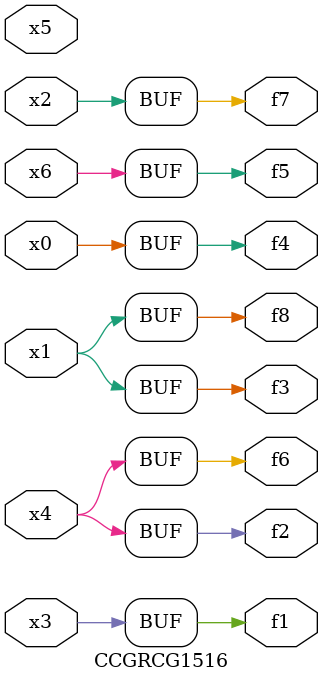
<source format=v>
module CCGRCG1516(
	input x0, x1, x2, x3, x4, x5, x6,
	output f1, f2, f3, f4, f5, f6, f7, f8
);
	assign f1 = x3;
	assign f2 = x4;
	assign f3 = x1;
	assign f4 = x0;
	assign f5 = x6;
	assign f6 = x4;
	assign f7 = x2;
	assign f8 = x1;
endmodule

</source>
